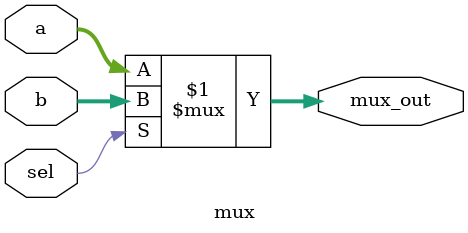
<source format=v>
`timescale 1ns / 1ps


module mux(
input wire [31:0] a, b,
input wire sel,
output [31:0] mux_out
    );
    
    assign mux_out = (sel) ? b : a;
endmodule

</source>
